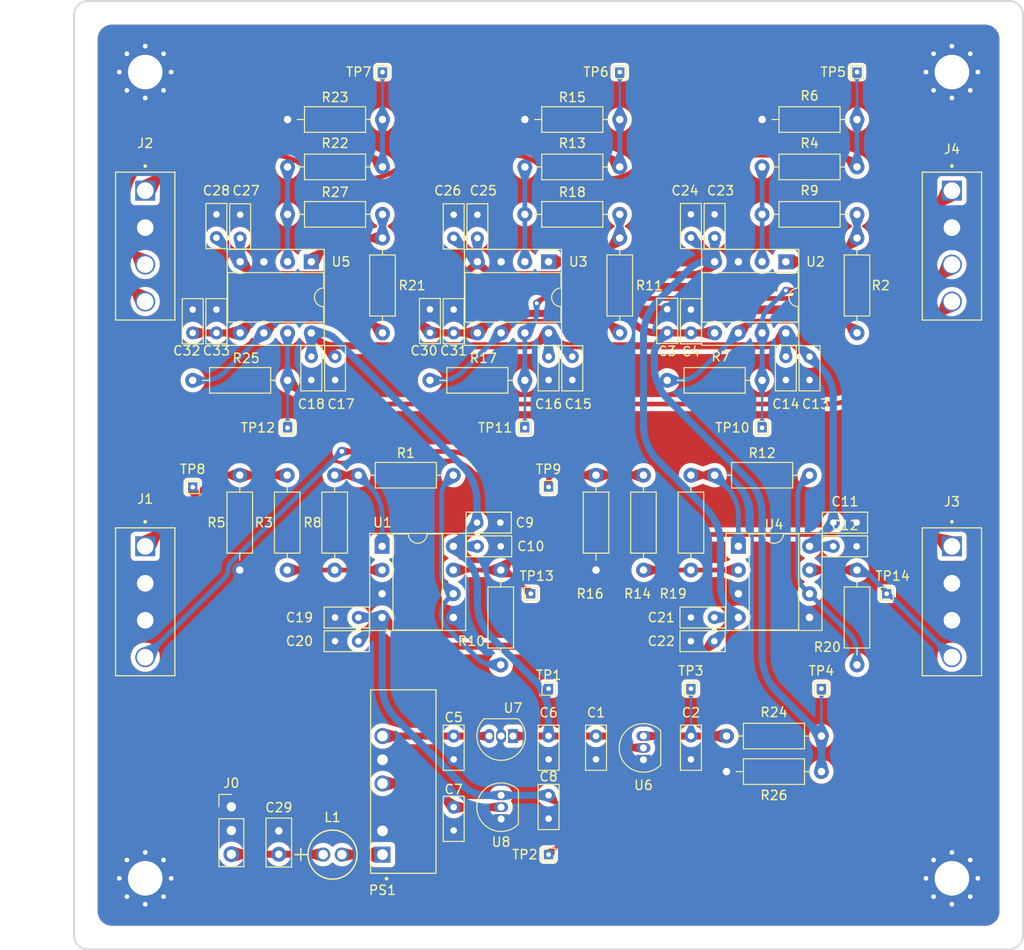
<source format=kicad_pcb>
(kicad_pcb (version 20240108) (generator "pcbnew") (generator_version "8.0")
  (layers (0 "F.Cu" signal) (31 "B.Cu" signal) (34 "B.Paste" user) (35 "F.Paste" user) (36 "B.SilkS" user "B.Silkscreen") (37 "F.SilkS" user "F.Silkscreen") (38 "B.Mask" user) (39 "F.Mask" user) (44 "Edge.Cuts" user))
  (net 0 "")
  (net 1 "+9V")
  (net 2 "GND")
  (net 3 "-9V")
  (net 4 "+12V")
  (net 5 "-12V")
  (net 6 "+1V5")
  (net 7 "+0V5")
  (net 8 "/amplifiers/X_IN")
  (net 9 "/amplifiers/R_IN")
  (net 10 "Net-(U3A--)")
  (net 11 "Net-(U3B--)")
  (net 12 "/amplifiers/R_OUT")
  (net 13 "/amplifiers/X_OUT")
  (net 14 "/amplifiers/Y_IN")
  (net 15 "Net-(U1A--)")
  (net 16 "Net-(U1B--)")
  (net 17 "/amplifiers/Y_OUT")
  (net 18 "/amplifiers/G_IN")
  (net 19 "Net-(U2A--)")
  (net 20 "Net-(U2B--)")
  (net 21 "/amplifiers/G_OUT")
  (net 22 "/amplifiers/B_IN")
  (net 23 "Net-(U4A--)")
  (net 24 "Net-(U4B--)")
  (net 25 "/amplifiers/B_OUT")
  (net 26 "Net-(R1-Pad1)")
  (net 27 "Net-(R2-Pad1)")
  (net 28 "Net-(R11-Pad1)")
  (net 29 "Net-(R12-Pad1)")
  (net 30 "Net-(R21-Pad1)")
  (net 31 "Net-(U5B--)")
  (net 32 "Net-(U5A--)")
  (net 33 "+5V")
  (net 34 "Net-(PS1-+VIN)")
  (footprint "Capacitor_THT:C_Rect_L4.6mm_W2.0mm_P2.50mm_MKS02_FKP02" (layer "F.Cu") (at 86.36 43.18 -90)
    (property "Reference" "C24")
    (property "Value" ".01uF")
  )
  (footprint "Resistor_THT:R_Axial_DIN0207_L6.3mm_D2.5mm_P10.16mm_Horizontal" (layer "F.Cu") (at 43.14 71.12 -90)
    (property "Reference" "R3")
    (property "Value" "10k")
  )
  (footprint "digikey-640385-4:TE_640385-4" (layer "F.Cu") (at 114.3 40.64 -90)
    (property "Reference" "J4")
    (property "Value" "640385-4")
  )
  (footprint "Resistor_THT:R_Axial_DIN0207_L6.3mm_D2.5mm_P10.16mm_Horizontal" (layer "F.Cu") (at 93.98 43.18)
    (property "Reference" "R9")
    (property "Value" "6.3k")
  )
  (footprint "Capacitor_THT:C_Rect_L4.6mm_W2.0mm_P2.50mm_MKS02_FKP02" (layer "F.Cu") (at 63.46 76.2)
    (property "Reference" "C9")
    (property "Value" ".1uF")
  )
  (footprint "Capacitor_THT:C_Rect_L4.6mm_W2.0mm_P2.50mm_MKS02_FKP02" (layer "F.Cu") (at 35.56 55.88 90)
    (property "Reference" "C33")
    (property "Value" ".1uF")
  )
  (footprint "MountingHole:MountingHole_3.7mm_Pad_Via" (layer "F.Cu") (at 27.94 27.94)
    (property "Reference" "H1" (hide yes))
    (property "Value" "MountingHole_Pad")
  )
  (footprint "MountingHole:MountingHole_3.7mm_Pad_Via" (layer "F.Cu") (at 27.94 114.3)
    (property "Reference" "H3" (hide yes))
    (property "Value" "MountingHole_Pad")
  )
  (footprint "Resistor_THT:R_Axial_DIN0207_L6.3mm_D2.5mm_P10.16mm_Horizontal" (layer "F.Cu") (at 53.34 45.72 -90)
    (property "Reference" "R21")
    (property "Value" "10k")
  )
  (footprint "Capacitor_THT:C_Rect_L4.6mm_W2.0mm_P2.50mm_MKS02_FKP02" (layer "F.Cu") (at 58.42 55.86 90)
    (property "Reference" "C30")
    (property "Value" ".01uF")
  )
  (footprint "Resistor_THT:R_Axial_DIN0207_L6.3mm_D2.5mm_P10.16mm_Horizontal" (layer "F.Cu") (at 83.82 60.96)
    (property "Reference" "R7")
    (property "Value" "10k")
  )
  (footprint "Capacitor_THT:C_Rect_L4.6mm_W2.0mm_P2.50mm_MKS02_FKP02" (layer "F.Cu") (at 71.12 58.42 -90)
    (property "Reference" "C16")
    (property "Value" ".01uF")
  )
  (footprint "TestPoint:TestPoint_THTPad_1.0x1.0mm_Drill0.5mm" (layer "F.Cu") (at 43.18 66.04 -90)
    (property "Reference" "TP12")
    (property "Value" "TestPoint")
  )
  (footprint "Resistor_THT:R_Axial_DIN0207_L6.3mm_D2.5mm_P10.16mm_Horizontal" (layer "F.Cu") (at 48.22 81.28 90)
    (property "Reference" "R8")
    (property "Value" "10K")
  )
  (footprint "Package_DIP:DIP-8_W7.62mm_Socket" (layer "F.Cu") (at 45.72 48.26 -90)
    (property "Reference" "U5")
    (property "Value" "TL082")
  )
  (footprint "digikey-640385-4:TE_640385-4" (layer "F.Cu") (at 114.3 78.74 -90)
    (property "Reference" "J3")
    (property "Value" "640385-4")
  )
  (footprint "TestPoint:TestPoint_THTPad_1.0x1.0mm_Drill0.5mm" (layer "F.Cu") (at 78.74 27.94 -90)
    (property "Reference" "TP6")
    (property "Value" "TestPoint")
  )
  (footprint "Resistor_THT:R_Axial_DIN0207_L6.3mm_D2.5mm_P10.16mm_Horizontal" (layer "F.Cu") (at 38.06 71.12 -90)
    (property "Reference" "R5")
    (property "Value" "14k")
  )
  (footprint "TestPoint:TestPoint_THTPad_1.0x1.0mm_Drill0.5mm" (layer "F.Cu") (at 71.12 72.39)
    (property "Reference" "TP9")
    (property "Value" "TestPoint")
  )
  (footprint "Capacitor_THT:C_Rect_L4.6mm_W2.0mm_P2.50mm_MKS02_FKP02" (layer "F.Cu") (at 86.36 55.88 90)
    (property "Reference" "C4")
    (property "Value" ".1uF")
  )
  (footprint "Resistor_THT:R_Axial_DIN0207_L6.3mm_D2.5mm_P10.16mm_Horizontal" (layer "F.Cu") (at 53.34 38.1 180)
    (property "Reference" "R22")
    (property "Value" "10k")
  )
  (footprint "Capacitor_THT:C_Rect_L4.6mm_W2.0mm_P2.50mm_MKS02_FKP02" (layer "F.Cu") (at 73.66 58.42 -90)
    (property "Reference" "C15")
    (property "Value" ".1uF")
  )
  (footprint "Capacitor_THT:C_Rect_L4.6mm_W2.0mm_P2.50mm_MKS02_FKP02" (layer "F.Cu") (at 60.96 55.88 90)
    (property "Reference" "C31")
    (property "Value" ".1uF")
  )
  (footprint "Resistor_THT:R_Axial_DIN0207_L6.3mm_D2.5mm_P10.16mm_Horizontal" (layer "F.Cu") (at 104.14 45.72 -90)
    (property "Reference" "R2")
    (property "Value" "10k")
  )
  (footprint "TestPoint:TestPoint_THTPad_1.0x1.0mm_Drill0.5mm" (layer "F.Cu") (at 71.12 111.76)
    (property "Reference" "TP2")
    (property "Value" "TestPoint")
  )
  (footprint "TestPoint:TestPoint_THTPad_1.0x1.0mm_Drill0.5mm" (layer "F.Cu") (at 71.12 93.98)
    (property "Reference" "TP1")
    (property "Value" "TestPoint")
  )
  (footprint "Package_DIP:DIP-8_W7.62mm_Socket" (layer "F.Cu") (at 91.44 78.74)
    (property "Reference" "U4")
    (property "Value" "TL082")
  )
  (footprint "Resistor_THT:R_Axial_DIN0207_L6.3mm_D2.5mm_P10.16mm_Horizontal" (layer "F.Cu") (at 33.02 60.96)
    (property "Reference" "R25")
    (property "Value" "10k")
  )
  (footprint "TestPoint:TestPoint_THTPad_1.0x1.0mm_Drill0.5mm" (layer "F.Cu") (at 53.34 27.94 -90)
    (property "Reference" "TP7")
    (property "Value" "TestPoint")
  )
  (footprint "Capacitor_THT:C_Rect_L4.6mm_W2.0mm_P2.50mm_MKS02_FKP02" (layer "F.Cu") (at 101.6 78.74)
    (property "Reference" "C12")
    (property "Value" ".01uF")
  )
  (footprint "Capacitor_THT:C_Rect_L4.6mm_W2.0mm_P2.50mm_MKS02_FKP02" (layer "F.Cu") (at 63.5 78.74)
    (property "Reference" "C10")
    (property "Value" ".01uF")
  )
  (footprint "TestPoint:TestPoint_THTPad_1.0x1.0mm_Drill0.5mm" (layer "F.Cu") (at 93.98 66.04 -90)
    (property "Reference" "TP10")
    (property "Value" "TestPoint")
  )
  (footprint "digikey-RD-0512D:CONV_RD-0512D" (layer "F.Cu") (at 55.57 103.935 90)
    (property "Reference" "PS1")
    (property "Value" "RD-0512D")
  )
  (footprint "Capacitor_THT:C_Rect_L4.6mm_W2.0mm_P2.50mm_MKS02_FKP02" (layer "F.Cu") (at 71.12 99.06 -90)
    (property "Reference" "C6")
    (property "Value" ".1uF")
  )
  (footprint "Capacitor_THT:C_Rect_L4.6mm_W2.0mm_P2.50mm_MKS02_FKP02" (layer "F.Cu") (at 48.26 86.36)
    (property "Reference" "C19")
    (property "Value" ".1uF")
  )
  (footprint "Package_TO_SOT_THT:TO-92_Inline" (layer "F.Cu") (at 66.04 107.95 90)
    (property "Reference" "U8")
    (property "Value" "DI79L09ZAB")
  )
  (footprint "Capacitor_THT:C_Rect_L4.6mm_W2.0mm_P2.50mm_MKS02_FKP02" (layer "F.Cu") (at 86.36 86.36)
    (property "Reference" "C21")
    (property "Value" ".1uF")
  )
  (footprint "Resistor_THT:R_Axial_DIN0207_L6.3mm_D2.5mm_P10.16mm_Horizontal" (layer "F.Cu") (at 93.98 33.02)
    (property "Reference" "R6")
    (property "Value" "2.7k")
  )
  (footprint "TestPoint:TestPoint_THTPad_1.0x1.0mm_Drill0.5mm" (layer "F.Cu") (at 69.215 83.82)
    (property "Reference" "TP13")
    (property "Value" "TestPoint")
  )
  (footprint "MountingHole:MountingHole_3.7mm_Pad_Via" (layer "F.Cu") (at 114.3 114.3)
    (property "Reference" "H4" (hide yes))
    (property "Value" "MountingHole_Pad")
  )
  (footprint "Capacitor_THT:C_Rect_L4.6mm_W2.0mm_P2.50mm_MKS02_FKP02" (layer "F.Cu") (at 60.96 99.06 -90)
    (property "Reference" "C5")
    (property "Value" ".33uF")
  )
  (footprint "Resistor_THT:R_Axial_DIN0207_L6.3mm_D2.5mm_P10.16mm_Horizontal" (layer "F.Cu") (at 78.74 45.72 -90)
    (property "Reference" "R11")
    (property "Value" "10k")
  )
  (footprint "TestPoint:TestPoint_THTPad_1.0x1.0mm_Drill0.5mm" (layer "F.Cu") (at 33.02 72.39)
    (property "Reference" "TP8")
    (property "Value" "TestPoint")
  )
  (footprint "Capacitor_THT:C_Disc_D5.0mm_W2.5mm_P2.50mm" (layer "F.Cu") (at 42.24 111.72 90)
    (property "Reference" "C29")
    (property "Value" "10uF CER")
  )
  (footprint "Capacitor_THT:C_Rect_L4.6mm_W2.0mm_P2.50mm_MKS02_FKP02" (layer "F.Cu") (at 76.2 99.06 -90)
    (property "Reference" "C1")
    (property "Value" "1uF")
  )
  (footprint "Resistor_THT:R_Axial_DIN0207_L6.3mm_D2.5mm_P10.16mm_Horizontal" (layer "F.Cu") (at 58.42 60.96)
    (property "Reference" "R17")
    (property "Value" "10k")
  )
  (footprint "Resistor_THT:R_Axial_DIN0207_L6.3mm_D2.5mm_P10.16mm_Horizontal" (layer "F.Cu") (at 78.74 38.1 180)
    (property "Reference" "R13")
    (property "Value" "10k")
  )
  (footprint "Resistor_THT:R_Axial_DIN0207_L6.3mm_D2.5mm_P10.16mm_Horizontal" (layer "F.Cu") (at 66 91.44 90)
    (property "Reference" "R10")
    (property "Value" "20K")
  )
  (footprint "Capacitor_THT:C_Rect_L4.6mm_W2.0mm_P2.50mm_MKS02_FKP02" (layer "F.Cu") (at 86.36 99.06 -90)
    (property "Reference" "C2")
    (property "Value" "1uF")
  )
  (footprint "Resistor_THT:R_Axial_DIN0207_L6.3mm_D2.5mm_P10.16mm_Horizontal" (layer "F.Cu") (at 104.14 38.1 180)
    (property "Reference" "R4")
    (property "Value" "10k")
  )
  (footprint "Resistor_THT:R_Axial_DIN0207_L6.3mm_D2.5mm_P10.16mm_Horizontal" (layer "F.Cu") (at 68.58 43.18)
    (property "Reference" "R18")
    (property "Value" "6.3k")
  )
  (footprint "Capacitor_THT:C_Rect_L4.6mm_W2.0mm_P2.50mm_MKS02_FKP02" (layer "F.Cu") (at 33.02 55.88 90)
    (property "Reference" "C32")
    (property "Value" ".01uF")
  )
  (footprint "Capacitor_THT:C_Rect_L4.6mm_W2.0mm_P2.50mm_MKS02_FKP02" (layer "F.Cu") (at 48.26 58.42 -90)
    (property "Reference" "C17")
    (property "Value" ".1uF")
  )
  (footprint "Resistor_THT:R_Axial_DIN0207_L6.3mm_D2.5mm_P10.16mm_Horizontal" (layer "F.Cu") (at 43.18 33.02)
    (property "Reference" "R23")
    (property "Value" "2.7k")
  )
  (footprint "Package_TO_SOT_THT:TO-92_Inline" (layer "F.Cu") (at 81.28 101.6 90)
    (property "Reference" "U6")
    (property "Value" "MCP1702-1502E/TO")
  )
  (footprint "Capacitor_THT:C_Rect_L4.6mm_W2.0mm_P2.50mm_MKS02_FKP02" (layer "F.Cu") (at 60.96 43.22 -90)
    (property "Reference" "C26")
    (property "Value" ".01uF")
  )
  (footprint "Capacitor_THT:C_Rect_L4.6mm_W2.0mm_P2.50mm_MKS02_FKP02" (layer "F.Cu") (at 45.72 58.42 -90)
    (property "Reference" "C18")
    (property "Value" ".01uF")
  )
  (footprint "Package_DIP:DIP-8_W7.62mm_Socket" (layer "F.Cu") (at 96.52 48.26 -90)
    (property "Reference" "U2")
    (property "Value" "TL082")
  )
  (footprint "TestPoint:TestPoint_THTPad_1.0x1.0mm_Drill0.5mm" (layer "F.Cu") (at 86.36 93.98)
    (property "Reference" "TP3")
    (property "Value" "TestPoint")
  )
  (footprint "Package_DIP:DIP-8_W7.62mm_Socket" (layer "F.Cu") (at 53.3 78.74)
    (property "Reference" "U1")
    (property "Value" "TL082")
  )
  (footprint "Resistor_THT:R_Axial_DIN0207_L6.3mm_D2.5mm_P10.16mm_Horizontal" (layer "F.Cu") (at 68.58 33.02)
    (property "Reference" "R15")
    (property "Value" "2.7k")
  )
  (footprint "Capacitor_THT:C_Rect_L4.6mm_W2.0mm_P2.50mm_MKS02_FKP02" (layer "F.Cu") (at 60.96 106.68 -90)
    (property "Reference" "C7")
    (property "Value" ".33uF")
  )
  (footprint "Resistor_THT:R_Axial_DIN0207_L6.3mm_D2.5mm_P10.16mm_Horizontal" (layer "F.Cu") (at 90.17 102.87)
    (property "Reference" "R26")
    (property "Value" "50k")
  )
  (footprint "Resistor_THT:R_Axial_DIN0207_L6.3mm_D2.5mm_P10.16mm_Horizontal" (layer "F.Cu") (at 76.2 71.12 -90)
    (property "Reference" "R16")
    (property "Value" "14k")
  )
  (footprint "Resistor_THT:R_Axial_DIN0207_L6.3mm_D2.5mm_P10.16mm_Horizontal" (layer "F.Cu") (at 86.36 81.28 90)
    (property "Reference" "R19")
    (property "Value" "10K")
  )
  (footprint "Resistor_THT:R_Axial_DIN0207_L6.3mm_D2.5mm_P10.16mm_Horizontal" (layer "F.Cu") (at 43.18 43.18)
    (property "Reference" "R27")
    (property "Value" "6.3k")
  )
  (footprint "Capacitor_THT:C_Rect_L4.6mm_W2.0mm_P2.50mm_MKS02_FKP02" (layer "F.Cu") (at 99.06 58.42 -90)
    (property "Reference" "C13")
    (property "Value" ".1uF")
  )
  (footprint "Package_TO_SOT_THT:TO-92_Inline" (layer "F.Cu") (at 67.31 99.06 180)
    (property "Reference" "U7")
    (property "Value" "DI78L09ZAB")
  )
  (footprint "Capacitor_THT:C_Rect_L4.6mm_W2.0mm_P2.50mm_MKS02_FKP02" (layer "F.Cu") (at 88.9 43.18 -90)
    (property "Reference" "C23")
    (property "Value" ".1uF")
  )
  (footprint "Package_DIP:DIP-8_W7.62mm_Socket" (layer "F.Cu") (at 71.12 48.26 -90)
    (property "Reference" "U3")
    (property "Value" "TL082")
  )
  (footprint "Resistor_THT:R_Axial_DIN0207_L6.3mm_D2.5mm_P10.16mm_Horizontal" (layer "F.Cu") (at 88.9 71.12)
    (property "Reference" "R12")
    (property "Value" "10k")
  )
  (footprint "Connector_PinHeader_2.54mm:PinHeader_1x03_P2.54mm_Vertical" (layer "F.Cu") (at 37.16 106.64)
    (property "Reference" "J0")
    (property "Value" "Conn_01x03_Male")
  )
  (footprint "digikey-11R223C:1100R_MUR" (layer "F.Cu") (at 46.99 111.76)
    (property "Reference" "L1")
    (property "Value" "22uH")
  )
  (footprint "Capacitor_THT:C_Rect_L4.6mm_W2.0mm_P2.50mm_MKS02_FKP02" (layer "F.Cu") (at 35.56 43.18 -90)
    (property "Reference" "C28")
    (property "Value" ".01uF")
  )
  (footprint "TestPoint:TestPoint_THTPad_1.0x1.0mm_Drill0.5mm" (layer "F.Cu") (at 100.33 93.98)
    (property "Reference" "TP4")
    (property "Value" "TestPoint")
  )
  (footprint "Resistor_THT:R_Axial_DIN0207_L6.3mm_D2.5mm_P10.16mm_Horizontal" (layer "F.Cu") (at 104.14 91.44 90)
    (property "Reference" "R20")
    (property "Value" "20K")
  )
  (footprint "Resistor_THT:R_Axial_DIN0207_L6.3mm_D2.5mm_P10.16mm_Horizontal" (layer "F.Cu") (at 81.28 71.12 -90)
    (property "Reference" "R14")
    (property "Value" "10k")
  )
  (footprint "Capacitor_THT:C_Rect_L4.6mm_W2.0mm_P2.50mm_MKS02_FKP02" (layer "F.Cu") (at 63.5 43.22 -90)
    (property "Reference" "C25")
    (property "Value" ".1uF")
  )
  (footprint "Capacitor_THT:C_Rect_L4.6mm_W2.0mm_P2.50mm_MKS02_FKP02" (layer "F.Cu") (at 48.26 88.9)
    (property "Reference" "C20")
    (property "Value" ".01uF")
  )
  (footprint "LOGO" (layer "F.Cu") (at 104.14 114.3)
    (property "Reference" "G***" (hide yes))
    (property "Value" "LOGO" (hide yes))
  )
  (footprint "MountingHole:MountingHole_3.7mm_Pad_Via" (layer "F.Cu") (at 114.3 27.94)
    (property "Reference" "H2" (hide yes))
    (property "Value" "MountingHole_Pad")
  )
  (footprint "Resistor_THT:R_Axial_DIN0207_L6.3mm_D2.5mm_P10.16mm_Horizontal" (layer "F.Cu") (at 100.33 99.06 180)
    (property "Reference" "R24")
    (property "Value" "100k")
  )
  (footprint "Capacitor_THT:C_Rect_L4.6mm_W2.0mm_P2.50mm_MKS02_FKP02" (layer "F.Cu") (at 71.12 105.41 -90)
    (property "Reference" "C8")
    (property "Value" ".1uF")
  )
  (footprint "Capacitor_THT:C_Rect_L4.6mm_W2.0mm_P2.50mm_MKS02_FKP02" (layer "F.Cu") (at 96.52 58.42 -90)
    (property "Reference" "C14")
    (property "Value" ".01uF")
  )
  (footprint "TestPoint:TestPoint_THTPad_1.0x1.0mm_Drill0.5mm" (layer "F.Cu") (at 68.58 66.04 -90)
    (property "Reference" "TP11")
    (property "Value" "TestPoint")
  )
  (footprint "Resistor_THT:R_Axial_DIN0207_L6.3mm_D2.5mm_P10.16mm_Horizontal" (layer "F.Cu") (at 50.76 71.12)
    (property "Reference" "R1")
    (property "Value" "10k")
  )
  (footprint "digikey-640385-4:TE_640385-4" (layer "F.Cu") (at 27.94 78.74 -90)
    (property "Reference" "J1")
    (property "Value" "640385-4")
  )
  (footprint "TestPoint:TestPoint_THTPad_1.0x1.0mm_Drill0.5mm" (layer "F.Cu") (at 107.315 83.82)
    (property "Reference" "TP14")
    (property "Value" "TestPoint")
  )
  (footprint "digikey-640385-4:TE_640385-4" (layer "F.Cu") (at 27.94 40.64 -90)
    (property "Reference" "J2")
    (property "Value" "640385-4")
  )
  (footprint "Capacitor_THT:C_Rect_L4.6mm_W2.0mm_P2.50mm_MKS02_FKP02" (layer "F.Cu") (at 86.36 88.9)
    (property "Reference" "C22")
    (property "Value" ".01uF")
  )
  (footprint "Capacitor_THT:C_Rect_L4.6mm_W2.0mm_P2.50mm_MKS02_FKP02" (layer "F.Cu") (at 83.82 55.84 90)
    (property "Reference" "C3")
    (property "Value" ".01uF")
  )
  (footprint "Capacitor_THT:C_Rect_L4.6mm_W2.0mm_P2.50mm_MKS02_FKP02" (layer "F.Cu") (at 38.1 43.22 -90)
    (property "Reference" "C27")
    (property "Value" ".1uF")
  )
  (footprint "TestPoint:TestPoint_THTPad_1.0x1.0mm_Drill0.5mm" (layer "F.Cu") (at 104.14 27.94 -90)
    (property "Reference" "TP5")
    (property "Value" "TestPoint")
  )
  (footprint "Capacitor_THT:C_Rect_L4.6mm_W2.0mm_P2.50mm_MKS02_FKP02" (layer "F.Cu") (at 101.6 76.2)
    (property "Reference" "C11")
    (property "Value" ".1uF")
  )
  (gr_line (start 121.92 21.844) (end 121.92 66.04) (stroke (width 0.2)) (layer "Edge.Cuts"))
  (gr_line (start 21.844 20.32) (end 120.396 20.32) (stroke (width 0.2)) (layer "Edge.Cuts"))
  (gr_arc (start 120.396 20.32) (mid 121.473631 20.766369) (end 121.92 21.844) (stroke (width 0.2)) (layer "Edge.Cuts"))
  (gr_arc (start 21.844 121.92) (mid 20.766369 121.473631) (end 20.32 120.396) (stroke (width 0.2)) (layer "Edge.Cuts"))
  (gr_line (start 20.32 120.396) (end 20.32 21.844) (stroke (width 0.2)) (layer "Edge.Cuts"))
  (gr_arc (start 20.32 21.844) (mid 20.766369 20.766369) (end 21.844 20.32) (stroke (width 0.2)) (layer "Edge.Cuts"))
  (gr_line (start 120.396 121.92) (end 21.844 121.92) (stroke (width 0.2)) (layer "Edge.Cuts"))
  (gr_line (start 121.92 66.04) (end 121.92 120.396) (stroke (width 0.2)) (layer "Edge.Cuts"))
  (gr_arc (start 121.92 120.396) (mid 121.473631 121.473631) (end 120.396 121.92) (stroke (width 0.2)) (layer "Edge.Cuts"))
  (segment (start 68.762485 57.261) (end 48.077514 57.261) (width 0.762) (layer "F.Cu") (net 1))
  (segment (start 95.8295 56.5705) (end 96.52 55.88) (width 0.762) (layer "F.Cu") (net 1))
  (segment (start 77.599974 99.06) (end 67.31 99.06) (width 0.762) (layer "F.Cu") (net 1))
  (segment (start 46.4105 56.5705) (end 48.26 58.42) (width 0.762) (layer "F.Cu") (net 1))
  (segment (start 80.524 100.33) (end 81.28 100.33) (width 0.762) (layer "F.Cu") (net 1))
  (segment (start 71.8105 56.5705) (end 71.12 55.88) (width 0.762) (layer "F.Cu") (net 1))
  (segment (start 73.477514 57.261) (end 94.162485 57.261) (width 0.762) (layer "F.Cu") (net 1))
  (segment (start 79.133 99.695) (end 79.233427 99.795427) (width 0.762) (layer "F.Cu") (net 1))
  (segment (start 70.4295 56.5705) (end 71.12 55.88) (width 0.762) (layer "F.Cu") (net 1))
  (arc (start 70.4295 56.5705) (mid 69.664667 57.081544) (end 68.762485 57.261) (width 0.762) (layer "F.Cu") (net 1))
  (arc (start 79.233427 99.795427) (mid 79.825547 100.191069) (end 80.524 100.33) (width 0.762) (layer "F.Cu") (net 1))
  (arc (start 71.8105 56.5705) (mid 72.575332 57.081544) (end 73.477514 57.261) (width 0.762) (layer "F.Cu") (net 1))
  (arc (start 46.4105 56.5705) (mid 47.175332 57.081544) (end 48.077514 57.261) (width 0.762) (layer "F.Cu") (net 1))
  (arc (start 46.4105 56.5705) (mid 46.4105 56.5705) (end 46.4105 56.5705) (width 0.762) (layer "F.Cu") (net 1))
  (arc (start 95.8295 56.5705) (mid 95.064667 57.081544) (end 94.162485 57.261) (width 0.762) (layer "F.Cu") (net 1))
  (arc (start 79.133 99.695) (mid 78.429641 99.225031) (end 77.599974 99.06) (width 0.762) (layer "F.Cu") (net 1))
  (segment (start 46.676514 55.88) (end 45.72 55.88) (width 0.762) (layer "B.Cu") (net 1))
  (segment (start 65.093792 88.580763) (end 69.545616 93.032587) (width 0.762) (layer "B.Cu") (net 1))
  (segment (start 63.46 76.2) (end 63.46 73.953485) (width 0.762) (layer "B.Cu") (net 1))
  (segment (start 60.92 78.74) (end 63.46 76.2) (width 0.762) (layer "B.Cu") (net 1))
  (segment (start 71.12 99.06) (end 71.12 96.833485) (width 0.762) (layer "B.Cu") (net 1))
  (segment (start 48.309386 56.556357) (end 61.871474 70.118445) (width 0.762) (layer "B.Cu") (net 1))
  (segment (start 96.52 55.88) (end 96.52 58.42) (width 0.762) (layer "B.Cu") (net 1))
  (segment (start 63.5 84.733007) (end 63.5 83.144335) (width 0.762) (layer "B.Cu") (net 1))
  (segment (start 99.06 78.74) (end 101.6 78.74) (width 0.762) (layer "B.Cu") (net 1))
  (segment (start 45.72 55.88) (end 45.72 58.42) (width 0.762) (layer "B.Cu") (net 1))
  (segment (start 71.12 55.88) (end 73.66 58.42) (width 0.762) (layer "B.Cu") (net 1))
  (segment (start 62.21 80.03) (end 60.92 78.74) (width 0.762) (layer "B.Cu") (net 1))
  (segment (start 101.6 76.2) (end 99.06 78.74) (width 0.762) (layer "B.Cu") (net 1))
  (segment (start 63.48 78.72) (end 63.46 78.7) (width 0.762) (layer "B.Cu") (net 1))
  (segment (start 63.471715 78.74) (end 60.92 78.74) (width 0.762) (layer "B.Cu") (net 1))
  (segment (start 99.06 58.42) (end 100.33 59.69) (width 0.762) (layer "B.Cu") (net 1))
  (segment (start 71.12 55.88) (end 71.12 58.42) (width 0.762) (layer "B.Cu") (net 1))
  (segment (start 101.6 76.2) (end 101.6 62.756051) (width 0.762) (layer "B.Cu") (net 1))
  (segment (start 99.06 58.42) (end 96.52 55.88) (width 0.762) (layer "B.Cu") (net 1))
  (segment (start 71.12 99.06) (end 71.12 93.98) (width 0.254) (layer "B.Cu") (net 1))
  (arc (start 48.309386 56.556357) (mid 47.560218 56.055779) (end 46.676514 55.88) (width 0.762) (layer "B.Cu") (net 1))
  (arc (start 62.21 80.03) (mid 63.164739 81.458869) (end 63.5 83.144335) (width 0.762) (layer "B.Cu") (net 1))
  (arc (start 63.5 84.733007) (mid 63.914213 86.815397) (end 65.093792 88.580763) (width 0.762) (layer "B.Cu") (net 1))
  (arc (start 63.48 78.72) (mid 63.482539 78.732767) (end 63.471715 78.74) (width 0.762) (layer "B.Cu") (net 1))
  (arc (start 100.33 59.69) (mid 101.269937 61.096716) (end 101.6 62.756051) (width 0.762) (layer "B.Cu") (net 1))
  (arc (start 69.545616 93.032587) (mid 70.71083 94.776454) (end 71.12 96.833485) (width 0.762) (layer "B.Cu") (net 1))
  (arc (start 61.871474 70.118445) (mid 63.047155 71.877976) (end 63.46 73.953485) (width 0.762) (layer "B.Cu") (net 1))
  (segment (start 54.835304 87.895304) (end 53.3 86.36) (width 0.762) (layer "F.Cu") (net 3))
  (segment (start 72.126974 106.416974) (end 71.12 105.41) (width 0.254) (layer "F.Cu") (net 3))
  (segment (start 88.197579 89.56242) (end 88.86 88.9) (width 0.762) (layer "F.Cu") (net 3))
  (segment (start 86.704196 90.181) (end 86.359999 90.181) (width 0.762) (layer "F.Cu") (net 3))
  (segment (start 72.126974 110.753025) (end 71.12 111.76) (width 0.254) (layer "F.Cu") (net 3))
  (segment (start 88.2095 48.9505) (end 88.9 48.26) (width 0.762) (layer "F.Cu") (net 3))
  (segment (start 40.457514 49.641) (end 61.142485 49.641) (width 0.762) (layer "F.Cu") (net 3))
  (segment (start 65.857514 49.641) (end 86.542485 49.641) (width 0.762) (layer "F.Cu") (net 3))
  (segment (start 58.541855 89.430608) (end 84.548392 89.430608) (width 0.762) (layer "F.Cu") (net 3))
  (segment (start 35.6 45.72) (end 35.56 45.68) (width 0.508) (layer "F.Cu") (net 3))
  (segment (start 38.7905 48.9505) (end 38.1 48.26) (width 0.762) (layer "F.Cu") (net 3))
  (arc (start 85.454196 89.805804) (mid 85.038609 89.528118) (end 84.548392 89.430608) (width 0.762) (layer "F.Cu") (net 3))
  (arc (start 72.126974 106.416974) (mid 72.79161 107.411672) (end 73.025 108.585) (width 0.254) (layer "F.Cu") (net 3))
  (arc (start 88.197579 89.56242) (mid 87.512409 90.020236) (end 86.704196 90.181) (width 0.762) (layer "F.Cu") (net 3))
  (arc (start 38.7905 48.9505) (mid 39.555332 49.461544) (end 40.457514 49.641) (width 0.762) (layer "F.Cu") (net 3))
  (arc (start 85.454196 89.805804) (mid 85.869782 90.083489) (end 86.359999 90.181) (width 0.762) (layer "F.Cu") (net 3))
  (arc (start 54.835304 87.895304) (mid 56.535884 89.031595) (end 58.541855 89.430608) (width 0.762) (layer "F.Cu") (net 3))
  (arc (start 64.1905 48.9505) (mid 63.5 48.664485) (end 62.8095 48.9505) (width 0.762) (layer "F.Cu") (net 3))
  (arc (start 62.8095 48.9505) (mid 62.044667 49.461544) (end 61.142485 49.641) (width 0.762) (layer "F.Cu") (net 3))
  (arc (start 73.025 108.585) (mid 72.79161 109.758326) (end 72.126974 110.753025) (width 0.254) (layer "F.Cu") (net 3))
  (arc (start 88.2095 48.9505) (mid 87.444667 49.461544) (end 86.542485 49.641) (width 0.762) (layer "F.Cu") (net 3))
  (arc (start 64.1905 48.9505) (mid 64.955332 49.461544) (end 65.857514 49.641) (width 0.762) (layer "F.Cu") (net 3))
  (segment (start 88.88 88.9) (end 88.86 88.9) (width 0.762) (layer "B.Cu") (net 3))
  (segment (start 64.519196 105.41) (end 66.04 105.41) (width 0.762) (layer "B.Cu") (net 3))
  (segment (start 88.88 48.26) (end 87.9475 48.26) (width 0.762) (layer "B.Cu") (net 3))
  (segment (start 91.44 86.36) (end 88.914142 88.885857) (width 0.762) (layer "B.Cu") (net 3))
  (segment (start 53.3 86.36) (end 53.3 93.457644) (width 0.762) (layer "B.Cu") (net 3))
  (segment (start 63.5 48.26) (end 63.5 45.72) (width 0.762) (layer "B.Cu") (net 3))
  (segment (start 53.3 86.36) (end 50.76 86.36) (width 0.762) (layer "B.Cu") (net 3))
  (segment (start 87.941207 74.654236) (end 82.873792 69.586821) (width 0.762) (layer "B.Cu") (net 3))
  (segment (start 91.44 86.36) (end 90.4875 85.4075) (width 0.762) (layer "B.Cu") (net 3))
  (segment (start 88.885857 48.205857) (end 86.36 45.68) (width 0.762) (layer "B.Cu") (net 3))
  (segment (start 81.28 56.228963) (end 81.28 65.739065) (width 0.762) (layer "B.Cu") (net 3))
  (segment (start 91.44 86.36) (end 88.86 86.36) (width 0.762) (layer "B.Cu") (net 3))
  (segment (start 38.1 48.24) (end 38.1 45.72) (width 0.762) (layer "B.Cu") (net 3))
  (segment (start 66.04 105.41) (end 71.12 105.41) (width 0.762) (layer "B.Cu") (net 3))
  (segment (start 61.923021 104.334629) (end 54.893792 97.3054) (width 0.762) (layer "B.Cu") (net 3))
  (segment (start 82.873792 52.381207) (end 86.32148 48.933519) (width 0.762) (layer "B.Cu") (net 3))
  (segment (start 88.9 48.24) (end 88.9 45.68) (width 0.762) (layer "B.Cu") (net 3))
  (segment (start 89.535 78.501992) (end 89.535 83.107961) (width 0.762) (layer "B.Cu") (net 3))
  (segment (start 38.085857 48.205857) (end 35.56 45.68) (width 0.762) (layer "B.Cu") (net 3))
  (segment (start 63.5 48.26) (end 60.96 45.72) (width 0.762) (layer "B.Cu") (net 3))
  (segment (start 53.3 86.36) (end 50.76 88.9) (width 0.762) (layer "B.Cu") (net 3))
  (arc (start 88.88 48.26) (mid 88.894142 48.254142) (end 88.9 48.24) (width 0.762) (layer "B.Cu") (net 3))
  (arc (start 53.3 93.457644) (mid 53.714213 95.540034) (end 54.893792 97.3054) (width 0.762) (layer "B.Cu") (net 3))
  (arc (start 61.923021 104.334629) (mid 63.114156 105.13052) (end 64.519196 105.41) (width 0.762) (layer "B.Cu") (net 3))
  (arc (start 88.914142 88.885857) (mid 88.898477 88.896324) (end 88.88 88.9) (width 0.762) (layer "B.Cu") (net 3))
  (arc (start 88.885857 48.205857) (mid 88.896324 48.221522) (end 88.9 48.24) (width 0.762) (layer "B.Cu") (net 3))
  (arc (start 89.535 83.107961) (mid 89.782546 84.352462) (end 90.4875 85.4075) (width 0.762) (layer "B.Cu") (net 3))
  (arc (start 88.9 48.24) (mid 88.894142 48.254142) (end 88.88 48.26) (width 0.762) (layer "B.Cu") (net 3))
  (arc (start 81.28 65.739065) (mid 81.694213 67.821455) (end 82.873792 69.586821) (width 0.762) (layer "B.Cu") (net 3))
  (arc (start 87.9475 48.26) (mid 87.067504 48.435041) (end 86.32148 48.933519) (width 0.762) (layer "B.Cu") (net 3))
  (arc (start 87.941207 74.654236) (mid 89.120786 76.419601) (end 89.535 78.501992) (width 0.762) (layer "B.Cu") (net 3))
  (arc (start 82.873792 52.381207) (mid 81.694213 54.146572) (end 81.28 56.228963) (width 0.762) (layer "B.Cu") (net 3))
  (arc (start 38.1 48.24) (mid 38.1 48.24) (end 38.1 48.24) (width 0.762) (layer "B.Cu") (net 3))
  (arc (start 88.9 48.24) (mid 88.9 48.24) (end 88.9 48.24) (width 0.762) (layer "B.Cu") (net 3))
  (arc (start 38.085857 48.205857) (mid 38.096324 48.221522) (end 38.1 48.24) (width 0.762) (layer "B.Cu") (net 3))
  (segment (start 53.34 99.06) (end 64.77 99.06) (width 0.762) (layer "F.Cu") (net 4))
  (segment (start 56.623948 104.14) (end 53.34 104.14) (width 0.762) (layer "F.Cu") (net 5))
  (segment (start 60.96 106.68) (end 66.04 106.68) (width 0.762) (layer "F.Cu") (net 5))
  (segment (start 60.96 106.68) (end 59.69 105.41) (width 0.762) (layer "F.Cu") (net 5))
  (arc (start 59.69 105.41) (mid 58.283283 104.470062) (end 56.623948 104.14) (width 0.762) (layer "F.Cu") (net 5))
  (segment (start 81.28 99.06) (end 90.17 99.06) (width 0.762) (layer "F.Cu") (net 6))
  (segment (start 86.36 99.06) (end 86.36 93.98) (width 0.254) (layer "B.Cu") (net 6))
  (segment (start 38.1 55.88) (end 33.02 55.88) (width 0.762) (layer "F.Cu") (net 7))
  (segment (start 54.873853 53.791) (end 41.666146 53.791) (width 0.762) (layer "F.Cu") (net 7))
  (segment (start 77.713853 53.791) (end 67.066146 53.791) (width 0.762) (layer "F.Cu") (net 7))
  (segment (start 63.5 55.88) (end 64.5445 54.8355) (width 0.762) (layer "F.Cu") (net 7))
  (segment (start 58.44 55.88) (end 57.3955 54.8355) (width 0.762) (layer "F.Cu") (net 7))
  (segment (start 38.1 55.88) (end 39.1445 54.8355) (width 0.762) (layer "F.Cu") (net 7))
  (segment (start 82.757146 55.88) (end 88.9 55.88) (width 0.762) (layer "F.Cu") (net 7))
  (segment (start 63.5 55.88) (end 58.44 55.88) (width 0.762) (layer "F.Cu") (net 7))
  (arc (start 80.2355 54.8355) (mid 81.392441 55.608543) (end 82.757146 55.88) (width 0.762) (layer "F.Cu") (net 7))
  (arc (start 80.2355 54.8355) (mid 79.078558 54.062456) (end 77.713853 53.791) (width 0.762) (layer "F.Cu") (net 7))
  (arc (start 57.3955 54.8355) (mid 56.238558 54.062456) (end 54.873853 53.791) (width 0.762) (layer "F.Cu") (net 7))
  (arc (start 41.666146 53.791) (mid 40.301441 54.062456) (end 39.1445 54.8355) (width 0.762) (layer "F.Cu") (net 7))
  (arc (start 67.066146 53.791) (mid 65.701441 54.062456) (end 64.5445 54.8355) (width 0.762) (layer "F.Cu") (net 7))
  (segment (start 83.963178 63.056207) (end 92.386207 71.479236) (width 0.762) (layer "B.Cu") (net 7))
  (segment (start 100.33 99.06) (end 95.573792 94.303792) (width 0.762) (layer "B.Cu") (net 7))
  (segment (start 100.33 99.06) (end 100.33 93.98) (width 0.254) (layer "B.Cu") (net 7))
  (segment (start 82.439 59.376514) (end 82.439 58.197514) (width 0.762) (layer "B.Cu") (net 7))
  (segment (start 93.98 90.456036) (end 93.98 75.326992) (width 0.762) (layer "B.Cu") (net 7))
  (segment (start 83.1295 56.5305) (end 83.82 55.84) (width 0.762) (layer "B.Cu") (net 7))
  (segment (start 100.33 99.06) (end 100.33 102.87) (width 0.762) (layer "B.Cu") (net 7))
  (arc (start 82.439 59.376514) (mid 82.83512 61.367949) (end 83.963178 63.056207) (width 0.762) (layer "B.Cu") (net 7))
  (arc (start 83.1295 56.5305) (mid 82.618455 57.295332) (end 82.439 58.197514) (width 0.762) (layer "B.Cu") (net 7))
  (arc (start 92.386207 71.479236) (mid 93.565786 73.244601) (end 93.98 75.326992) (width 0.762) (layer "B.Cu") (net 7))
  (arc (start 93.98 90.456036) (mid 94.394213 92.538426) (end 95.573792 94.303792) (width 0.762) (layer "B.Cu") (net 7))
  (segment (start 38.06 71.12) (end 43.14 71.12) (width 0.508) (layer "F.Cu") (net 8))
  (segment (start 32.99 73.65) (end 33.009999 73.629999) (width 0.508) (layer "F.Cu") (net 8))
  (segment (start 27.954142 78.685857) (end 32.99 73.65) (width 0.508) (layer "F.Cu") (net 8))
  (segment (start 38.06 71.12) (end 36.79 71.12) (width 0.508) (layer "F.Cu") (net 8))
  (segment (start 33.009999 73.629999) (end 34.621974 72.018025) (width 0.508) (layer "F.Cu") (net 8))
  (segment (start 27.94 78.72) (end 27.94 78.74) (width 0.508) (layer "F.Cu") (net 8))
  (segment (start 33.02 73.605857) (end 33.02 72.39) (width 0.254) (layer "F.Cu") (net 8))
  (segment (start 33.01 73.63) (end 32.99 73.65) (width 0.254) (layer "F.Cu") (net 8))
  (arc (start 33.009999 73.629999) (mid 33.009999 73.629999) (end 33.01 73.63) (width 0.508) (layer "F.Cu") (net 8))
  (arc (start 33.02 73.605857) (mid 33.017401 73.618923) (end 33.01 73.63) (width 0.254) (layer "F.Cu") (net 8))
  (arc (start 36.79 71.12) (mid 35.616672 71.353389) (end 34.621974 72.018025) (width 0.508) (layer "F.Cu") (net 8))
  (arc (start 27.954142 78.685857) (mid 27.943675 78.701522) (end 27.94 78.72) (width 0.508) (layer "F.Cu") (net 8))
  (segment (start 46.666207 39.681207) (end 45.424792 38.439792) (width 0.508) (layer "F.Cu") (net 9))
  (segment (start 57.473792 39.681206) (end 58.715207 38.439792) (width 0.508) (layer "F.Cu") (net 9))
  (segment (start 103.513 37.473) (end 104.14 38.1) (width 0.508) (layer "F.Cu") (net 9))
  (segment (start 33.987963 36.846) (end 41.577036 36.846) (width 0.508) (layer "F.Cu") (net 9))
  (segment (start 77.617576 39.354) (end 73.380847 39.354) (width 0.508) (layer "F.Cu") (net 9))
  (segment (start 53.626036 41.275) (end 50.513963 41.275) (width 0.508) (layer "F.Cu") (net 9))
  (segment (start 101.999288 36.846) (end 83.672423 36.846) (width 0.508) (layer "F.Cu") (net 9))
  (segment (start 67.326 36.846) (end 62.562963 36.846) (width 0.508) (layer "F.Cu") (net 9))
  (segment (start 30.140207 38.439792) (end 27.94 40.64) (width 0.508) (layer "F.Cu") (net 9))
  (arc (start 33.987963 36.846) (mid 31.905572 37.260213) (end 30.140207 38.439792) (width 0.508) (layer "F.Cu") (net 9))
  (arc (start 70.353424 38.1) (mid 68.96443 37.171903) (end 67.326 36.846) (width 0.508) (layer "F.Cu") (net 9))
  (arc (start 83.672423 36.846) (mid 82.033993 37.171903) (end 80.645 38.1) (width 0.508) (layer "F.Cu") (net 9))
  (arc (start 62.562963 36.846) (mid 60.480572 37.260213) (end 58.715207 38.439792) (width 0.508) (layer "F.Cu") (net 9))
  (arc (start 70.353424 38.1) (mid 71.742417 39.028096) (end 73.380847 39.354) (width 0.508) (layer "F.Cu") (net 9))
  (arc (start 80.645 38.1) (mid 79.256006 39.028096) (end 77.617576 39.354) (width 0.508) (layer "F.Cu") (net 9))
  (arc (start 45.424792 38.439792) (mid 43.659426 37.260213) (end 41.577036 36.846) (width 0.508) (layer "F.Cu") (net 9))
  (arc (start 103.513 37.473) (mid 102.818503 37.008951) (end 101.999288 36.846) (width 0.508) (layer "F.Cu") (net 9))
  (arc (start 46.666207 39.681207) (mid 48.431572 40.860786) (end 50.513963 41.275) (width 0.508) (layer "F.Cu") (net 9))
  (arc (start 57.473792 39.681206) (mid 55.708426 40.860786) (end 53.626036 41.275) (width 0.508) (layer "F.Cu") (net 9))
  (segment (start 104.14 33.02) (end 104.14 27.94) (width 0.254) (layer "B.Cu") (net 9))
  (segment (start 104.14 33.02) (end 104.14 38.1) (width 0.508) (layer "B.Cu") (net 9))
  (segment (start 68.58 48.26) (end 68.58 38.1) (width 0.508) (layer "B.Cu") (net 10))
  (segment (start 66.667 55.253) (end 66.04 55.88) (width 0.508) (layer "F.Cu") (net 11))
  (segment (start 68.180711 54.626) (end 76.599288 54.626) (width 0.508) (layer "F.Cu") (net 11))
  (segment (start 78.113 55.253) (end 78.74 55.88) (width 0.508) (layer "F.Cu") (net 11))
  (arc (start 78.113 55.253) (mid 77.418503 54.788951) (end 76.599288 54.626) (width 0.508) (layer "F.Cu") (net 11))
  (arc (start 68.180711 54.626) (mid 67.361496 54.788951) (end 66.667 55.253) (width 0.508) (layer "F.Cu") (net 11))
  (segment (start 61.858025 60.061974) (end 66.04 55.88) (width 0.508) (layer "B.Cu") (net 11))
  (segment (start 59.69 60.96) (end 58.42 60.96) (width 0.508) (layer "B.Cu") (net 11))
  (arc (start 61.858025 60.061974) (mid 60.863326 60.72661) (end 59.69 60.96) (width 0.508) (layer "B.Cu") (net 11))
  (segment (start 105.201792 49.738207) (end 114.3 40.64) (width 0.508) (layer "F.Cu") (net 12))
  (segment (start 101.354036 51.332) (end 96.52 51.332) (width 0.508) (layer "F.Cu") (net 12))
  (via (at 96.52 51.332) (size 0.8) (drill 0.4) (layers "F.Cu" "B.Cu") (net 12))
  (arc (start 105.201792 49.738207) (mid 103.436426 50.917786) (end 101.354036 51.332) (width 0.508) (layer "F.Cu") (net 12))
  (segment (start 93.98 60.96) (end 93.98 66.04) (width 0.254) (layer "B.Cu") (net 12))
  (segment (start 93.98 55.88) (end 93.98 54.876) (width 0.508) (layer "B.Cu") (net 12))
  (segment (start 94.689935 53.162064) (end 96.52 51.332) (width 0.508) (layer "B.Cu") (net 12))
  (segment (start 93.98 60.96) (end 93.98 55.88) (width 0.508) (layer "B.Cu") (net 12))
  (arc (start 94.689935 53.162064) (mid 94.164506 53.948424) (end 93.98 54.876) (width 0.508) (layer "B.Cu") (net 12))
  (segment (start 66.3375 81.28) (end 65.6625 81.28) (width 0.254) (layer "F.Cu") (net 13))
  (segment (start 113.665 78.105) (end 114.3 78.74) (width 0.508) (layer "F.Cu") (net 13))
  (segment (start 65.6625 81.28) (end 60.92 81.28) (width 0.508) (layer "F.Cu") (net 13))
  (segment (start 72.063963 77.47) (end 112.131974 77.47) (width 0.508) (layer "F.Cu") (net 13))
  (segment (start 66.913648 81.518648) (end 69.215 83.82) (width 0.254) (layer "F.Cu") (net 13))
  (segment (start 66.238648 81.041351) (end 68.216207 79.063792) (width 0.508) (layer "F.Cu") (net 13))
  (arc (start 72.063963 77.47) (mid 69.981572 77.884213) (end 68.216207 79.063792) (width 0.508) (layer "F.Cu") (net 13))
  (arc (start 113.665 78.105) (mid 112.961641 77.635031) (end 112.131974 77.47) (width 0.508) (layer "F.Cu") (net 13))
  (arc (start 65.6625 81.28) (mid 65.974309 81.217977) (end 66.238648 81.041351) (width 0.508) (layer "F.Cu") (net 13))
  (arc (start 66.913648 81.518648) (mid 66.649309 81.342022) (end 66.3375 81.28) (width 0.254) (layer "F.Cu") (net 13))
  (arc (start 66.238648 81.041351) (mid 66.208344 81.1937) (end 66.3375 81.28) (width 0.508) (layer "F.Cu") (net 13))
  (segment (start 48.986576 68.58) (end 60.433948 68.58) (width 0.508) (layer "F.Cu") (net 14))
  (segment (start 71.755 71.12) (end 76.2 71.12) (width 0.508) (layer "F.Cu") (net 14))
  (segment (start 71.12 71.755) (end 71.12 72.39) (width 0.254) (layer "F.Cu") (net 14))
  (segment (start 76.2 71.12) (end 81.28 71.12) (width 0.508) (layer "F.Cu") (net 14))
  (segment (start 66.566051 71.12) (end 70.485 71.12) (width 0.508) (layer "F.Cu") (net 14))
  (segment (start 70.485 71.12) (end 71.755 71.12) (width 0.508) (layer "F.Cu") (net 14))
  (via (at 48.986576 68.58) (size 1.016) (drill 0.508) (layers "F.Cu" "B.Cu") (net 14))
  (arc (start 71.755 71.12) (mid 71.305987 71.305987) (end 71.12 71.755) (width 0.508) (layer "F.Cu") (net 14))
  (arc (start 63.5 69.85) (mid 64.906716 70.789937) (end 66.566051 71.12) (width 0.508) (layer "F.Cu") (net 14))
  (arc (start 63.5 69.85) (mid 62.093283 68.910062) (end 60.433948 68.58) (width 0.508) (layer "F.Cu") (net 14))
  (arc (start 71.12 71.755) (mid 70.934012 71.305987) (end 70.485 71.12) (width 0.254) (layer "F.Cu") (net 14))
  (segment (start 36.454771 82.105228) (end 27.94 90.62) (width 0.508) (layer "B.Cu") (net 14))
  (segment (start 37.157228 80.409347) (end 48.986576 68.58) (width 0.508) (layer "B.Cu") (net 14))
  (arc (start 37.157228 80.409347) (mid 36.897281 80.798385) (end 36.806 81.257288) (width 0.508) (layer "B.Cu") (net 14))
  (arc (start 36.806 81.257288) (mid 36.714718 81.716189) (end 36.454771 82.105228) (width 0.508) (layer "B.Cu") (net 14))
  (segment (start 43.14 81.28) (end 53.3 81.28) (width 0.508) (layer "F.Cu") (net 15))
  (segment (start 59.666 85.976712) (end 59.666 85.960711) (width 0.508) (layer "B.Cu") (net 16))
  (segment (start 59.666 73.260711) (end 59.666 81.679288) (width 0.508) (layer "B.Cu") (net 16))
  (segment (start 60.293 71.747) (end 60.92 71.12) (width 0.508) (layer "B.Cu") (net 16))
  (segment (start 65.113288 91.44) (end 66 91.44) (width 0.508) (layer "B.Cu") (net 16))
  (segment (start 60.304313 87.517737) (end 63.599575 90.812999) (width 0.508) (layer "B.Cu") (net 16))
  (arc (start 63.599575 90.812999) (mid 64.294072 91.277047) (end 65.113288 91.44) (width 0.508) (layer "B.Cu") (net 16))
  (arc (start 60.293 83.193) (mid 60.552711 83.82) (end 60.293 84.447) (width 0.508) (layer "B.Cu") (net 16))
  (arc (start 60.293 84.447) (mid 59.828951 85.141496) (end 59.666 85.960711) (width 0.508) (layer "B.Cu") (net 16))
  (arc (start 59.666 85.976712) (mid 59.831892 86.810708) (end 60.304313 87.517737) (width 0.508) (layer "B.Cu") (net 16))
  (arc (start 59.666 81.679288) (mid 59.828951 82.498503) (end 60.293 83.193) (width 0.508) (layer "B.Cu") (net 16))
  (arc (start 60.293 71.747) (mid 59.828951 72.441496) (end 59.666 73.260711) (width 0.508) (layer "B.Cu") (net 16))
  (segment (start 99.06 81.28) (end 104.14 81.28) (width 0.508) (layer "F.Cu") (net 17))
  (segment (start 105.249913 81.569913) (end 114.3 90.62) (width 0.508) (layer "B.Cu") (net 17))
  (segment (start 104.55 81.28) (end 104.14 81.28) (width 0.508) (layer "B.Cu") (net 17))
  (arc (start 105.249913 81.569913) (mid 104.92879 81.355345) (end 104.55 81.28) (width 0.508) (layer "B.Cu") (net 17))
  (segment (start 26.9875 47.6075) (end 27.94 48.56) (width 0.508) (layer "F.Cu") (net 18))
  (segment (start 46.015207 37.760207) (end 45.408792 37.153792) (width 0.508) (layer "F.Cu") (net 18))
  (segment (start 77.759 37.119) (end 78.74 38.1) (width 0.508) (layer "F.Cu") (net 18))
  (segment (start 28.388206 37.153792) (end 27.628792 37.913207) (width 0.508) (layer "F.Cu") (net 18))
  (segment (start 75.390656 36.138) (end 59.460963 36.138) (width 0.508) (layer "F.Cu") (net 18))
  (segment (start 32.235963 35.56) (end 41.561036 35.56) (width 0.508) (layer "F.Cu") (net 18))
  (segment (start 26.035 41.760963) (end 26.035 45.307961) (width 0.508) (layer "F.Cu") (net 18))
  (segment (start 49.862963 39.354) (end 51.737036 39.354) (width 0.508) (layer "F.Cu") (net 18))
  (segment (start 55.613206 37.731792) (end 55.584792 37.760207) (width 0.508) (layer "F.Cu") (net 18))
  (arc (start 45.408792 37.153792) (mid 43.643426 35.974213) (end 41.561036 35.56) (width 0.508) (layer "F.Cu") (net 18))
  (arc (start 59.460963 36.138) (mid 57.378572 36.552213) (end 55.613206 37.731792) (width 0.508) (layer "F.Cu") (net 18))
  (arc (start 26.035 45.307961) (mid 26.282546 46.552462) (end 26.9875 47.6075) (width 0.508) (layer "F.Cu") (net 18))
  (arc (start 77.759 37.119) (mid 76.672394 36.392953) (end 75.390656 36.138) (width 0.508) (layer "F.Cu") (net 18))
  (arc (start 32.235963 35.56) (mid 30.153572 35.974213) (end 28.388206 37.153792) (width 0.508) (layer "F.Cu") (net 18))
  (arc (start 46.015207 37.760207) (mid 47.780572 38.939786) (end 49.862963 39.354) (width 0.508) (layer "F.Cu") (net 18))
  (arc (start 27.628792 37.913207) (mid 26.449213 39.678572) (end 26.035 41.760963) (width 0.508) (layer "F.Cu") (net 18))
  (arc (start 55.584792 37.760207) (mid 53.819426 38.939786) (end 51.737036 39.354) (width 0.508) (layer "F.Cu") (net 18))
  (segment (start 78.74 33.02) (end 78.74 38.1) (width 0.508) (layer "B.Cu") (net 18))
  (segment (start 78.74 33.02) (end 78.74 27.94) (width 0.254) (layer "B.Cu") (net 18))
  (segment (start 93.98 48.26) (end 93.98 38.1) (width 0.508) (layer "B.Cu") (net 19))
  (segment (start 103.505 55.245) (end 104.14 55.88) (width 0.508) (layer "F.Cu") (net 20))
  (segment (start 92.075 55.245) (end 91.44 55.88) (width 0.508) (layer "F.Cu") (net 20))
  (segment (start 101.971974 54.61) (end 93.608025 54.61) (width 0.508) (layer "F.Cu") (net 20))
  (arc (start 103.505 55.245) (mid 102.801641 54.775031) (end 101.971974 54.61) (width 0.508) (layer "F.Cu") (net 20))
  (arc (start 93.608025 54.61) (mid 92.778357 54.775031) (end 92.075 55.245) (width 0.508) (layer "F.Cu") (net 20))
  (segment (start 85.09 60.96) (end 83.82 60.96) (width 0.508) (layer "B.Cu") (net 20))
  (segment (start 87.258025 60.061974) (end 91.44 55.88) (width 0.508) (layer "B.Cu") (net 20))
  (arc (start 87.258025 60.061974) (mid 86.263326 60.72661) (end 85.09 60.96) (width 0.508) (layer "B.Cu") (net 20))
  (segment (start 70.1095 52.4455) (end 69.85 52.705) (width 0.508) (layer "F.Cu") (net 21))
  (segment (start 108.420036 52.186) (end 70.735988 52.186) (width 0.508) (layer "F.Cu") (net 21))
  (segment (start 112.267792 50.592207) (end 114.3 48.56) (width 0.508) (layer "F.Cu") (net 21))
  (via (at 69.85 52.705) (size 0.8) (drill 0.4) (layers "F.Cu" "B.Cu") (net 21))
  (arc (start 112.267792 50.592207) (mid 110.502426 51.771786) (end 108.420036 52.186) (width 0.508) (layer "F.Cu") (net 21))
  (arc (start 70.735988 52.186) (mid 70.396935 52.253441) (end 70.1095 52.4455) (width 0.508) (layer "F.Cu") (net 21))
  (segment (start 69.85 53.711974) (end 69.85 52.705) (width 0.508) (layer "B.Cu") (net 21))
  (segment (start 68.58 60.96) (end 68.58 66.04) (width 0.254) (layer "B.Cu") (net 21))
  (segment (start 68.58 56.778025) (end 68.58 60.96) (width 0.508) (layer "B.Cu") (net 21))
  (arc (start 69.215 55.245) (mid 68.745031 55.948357) (end 68.58 56.778025) (width 0.508) (layer "B.Cu") (net 21))
  (arc (start 69.85 53.711974) (mid 69.684968 54.541641) (end 69.215 55.245) (width 0.508) (layer "B.Cu") (net 21))
  (segment (start 24.765 47.099935) (end 24.765 40.353963) (width 0.508) (layer "F.Cu") (net 22))
  (segment (start 26.358792 36.506207) (end 29.521207 33.343792) (width 0.508) (layer "F.Cu") (net 22))
  (segment (start 48.583792 33.343792) (end 53.34 38.1) (width 0.508) (layer "F.Cu") (net 22))
  (segment (start 44.736036 31.75) (end 33.368963 31.75) (width 0.508) (layer "F.Cu") (net 22))
  (segment (start 26.3525 50.9325) (end 27.94 52.52) (width 0.508) (layer "F.Cu") (net 22))
  (arc (start 48.583792 33.343792) (mid 46.818426 32.164213) (end 44.736036 31.75) (width 0.508) (layer "F.Cu") (net 22))
  (arc (start 33.368963 31.75) (mid 31.286572 32.164213) (end 29.521207 33.343792) (width 0.508) (layer "F.Cu") (net 22))
  (arc (start 24.765 47.099935) (mid 25.177577 49.174104) (end 26.3525 50.9325) (width 0.508) (layer "F.Cu") (net 22))
  (arc (start 26.358792 36.506207) (mid 25.179213 38.271572) (end 24.765 40.353963) (width 0.508) (layer "F.Cu") (net 22))
  (segment (start 53.34 33.02) (end 53.34 27.94) (width 0.254) (layer "B.Cu") (net 22))
  (segment (start 53.34 33.02) (end 53.34 38.1) (width 0.508) (layer "B.Cu") (net 22))
  (segment (start 81.28 81.28) (end 91.44 81.28) (width 0.508) (layer "F.Cu") (net 23))
  (segment (start 98.433 83.193) (end 99.687 84.447) (width 0.508) (layer "B.Cu") (net 24))
  (segment (start 98.433 71.747) (end 99.06 71.12) (width 0.508) (layer "B.Cu") (net 24))
  (segment (start 99.687 84.447) (end 103.241974 88.001974) (width 0.508) (layer "B.Cu") (net 24))
  (segment (start 97.806 73.260711) (end 97.806 81.679288) (width 0.508) (layer "B.Cu") (net 24))
  (segment (start 104.14 90.17) (end 104.14 91.44) (width 0.508) (layer "B.Cu") (net 24))
  (arc (start 97.806 81.679288) (mid 97.968951 82.498503) (end 98.433 83.193) (width 0.508) (layer "B.Cu") (net 24))
  (arc (start 98.433 71.747) (mid 97.968951 72.441496) (end 97.806 73.260711) (width 0.508) (layer "B.Cu") (net 24))
  (arc (start 103.241974 88.001974) (mid 103.90661 88.996672) (end 104.14 90.17) (width 0.508) (layer "B.Cu") (net 24))
  (segment (start 104.913792 61.906207) (end 114.3 52.52) (width 0.508) (layer "F.Cu") (net 25))
  (segment (start 47.516051 63.5) (end 101.066036 63.5) (width 0.508) (layer "F.Cu") (net 25))
  (segment (start 44.45 62.23) (end 43.18 60.96) (width 0.508) (layer "F.Cu") (net 25))
  (arc (start 44.45 62.23) (mid 45.856716 63.169937) (end 47.516051 63.5) (width 0.508) (layer "F.Cu") (net 25))
  (arc (start 104.913792 61.906207) (mid 103.148426 63.085786) (end 101.066036 63.5) (width 0.508) (layer "F.Cu") (net 25))
  (segment (start 43.18 60.96) (end 43.18 55.88) (width 0.508) (layer "B.Cu") (net 25))
  (segment (start 43.18 60.96) (end 43.18 66.04) (width 0.254) (layer "B.Cu") (net 25))
  (segment (start 50.76 71.12) (end 48.22 71.12) (width 0.508) (layer "F.Cu") (net 26))
  (segment (start 53.3 75.456051) (end 53.3 78.74) (width 0.508) (layer "B.Cu") (net 26))
  (segment (start 52.03 72.39) (end 50.76 71.12) (width 0.508) (layer "B.Cu") (net 26))
  (arc (start 52.03 72.39) (mid 52.969937 73.796716) (end 53.3 75.456051) (width 0.508) (layer "B.Cu") (net 26))
  (segment (start 99.803948 48.26) (end 96.52 48.26) (width 0.508) (layer "F.Cu") (net 27))
  (segment (start 102.87 46.99) (end 104.14 45.72) (width 0.508) (layer "F.Cu") (net 27))
  (arc (start 102.87 46.99) (mid 101.463283 47.929937) (end 99.803948 48.26) (width 0.508) (layer "F.Cu") (net 27))
  (segment (start 104.14 45.72) (end 104.14 43.18) (width 0.508) (layer "B.Cu") (net 27))
  (segment (start 74.403948 48.26) (end 71.12 48.26) (width 0.508) (layer "F.Cu") (net 28))
  (segment (start 77.47 46.99) (end 78.74 45.72) (width 0.508) (layer "F.Cu") (net 28))
  (arc (start 77.47 46.99) (mid 76.063283 47.929937) (end 74.403948 48.26) (width 0.508) (layer "F.Cu") (net 28))
  (segment (start 78.74 45.72) (end 78.74 43.18) (width 0.508) (layer "B.Cu") (net 28))
  (segment (start 88.9 71.12) (end 86.36 71.12) (width 0.508) (layer "F.Cu") (net 29))
  (segment (start 90.17 72.39) (end 88.9 71.12) (width 0.508) (layer "B.Cu") (net 29))
  (segment (start 91.44 75.456051) (end 91.44 78.74) (width 0.508) (layer "B.Cu") (net 29))
  (arc (start 90.17 72.39) (mid 91.109937 73.796716) (end 91.44 75.456051) (width 0.508) (layer "B.Cu") (net 29))
  (segment (start 50.056051 45.72) (end 53.34 45.72) (width 0.508) (layer "F.Cu") (net 30))
  (segment (start 46.99 46.99) (end 45.72 48.26) (width 0.508) (layer "F.Cu") (net 30))
  (arc (start 50.056051 45.72) (mid 48.396716 46.050062) (end 46.99 46.99) (width 0.508) (layer "F.Cu") (net 30))
  (segment (start 53.34 43.18) (end 53.34 45.72) (width 0.508) (layer "B.Cu") (net 30))
  (segment (start 41.267 55.253) (end 40.64 55.88) (width 0.508) (layer "F.Cu") (net 31))
  (segment (start 42.780711 54.626) (end 51.199288 54.626) (width 0.508) (layer "F.Cu") (net 31))
  (segment (start 52.713 55.253) (end 53.34 55.88) (width 0.508) (layer "F.Cu") (net 31))
  (arc (start 52.713 55.253) (mid 52.018503 54.788951) (end 51.199288 54.626) (width 0.508) (layer "F.Cu") (net 31))
  (arc (start 42.780711 54.626) (mid 41.961496 54.788951) (end 41.267 55.253) (width 0.508) (layer "F.Cu") (net 31))
  (segment (start 34.29 60.96) (end 33.02 60.96) (width 0.508) (layer "B.Cu") (net 31))
  (segment (start 36.458025 60.061974) (end 40.64 55.88) (width 0.508) (layer "B.Cu") (net 31))
  (arc (start 36.458025 60.061974) (mid 35.463326 60.72661) (end 34.29 60.96) (width 0.508) (layer "B.Cu") (net 31))
  (segment (start 43.18 43.18) (end 43.18 38.1) (width 0.508) (layer "B.Cu") (net 32))
  (segment (start 43.18 43.18) (end 43.18 48.26) (width 0.508) (layer "B.Cu") (net 32))
  (segment (start 46.921715 111.72) (end 37.16 111.72) (width 0.762) (layer "F.Cu") (net 33))
  (segment (start 46.97 111.74) (end 46.99 111.76) (width 0.762) (layer "F.Cu") (net 33))
  (arc (start 46.97 111.74) (mid 46.947846 111.725197) (end 46.921715 111.72) (width 0.762) (layer "F.Cu") (net 33))
  (segment (start 53.34 111.76) (end 48.99 111.76) (width 0.762) (layer "F.Cu") (net 34))
  (zone (net 2) (net_name "GND") (layers "F&B.Cu") (connect_pads yes (clearance 0.5)) (min_thickness 0.25) (fill yes (thermal_gap 0.5) (thermal_bridge_width 0.5) (smoothing fillet) (radius 1.524))
    (polygon (pts (xy 22.86 22.86) (xy 119.38 22.86) (xy 119.38 119.38) (xy 22.86 119.38)))
  )
)
</source>
